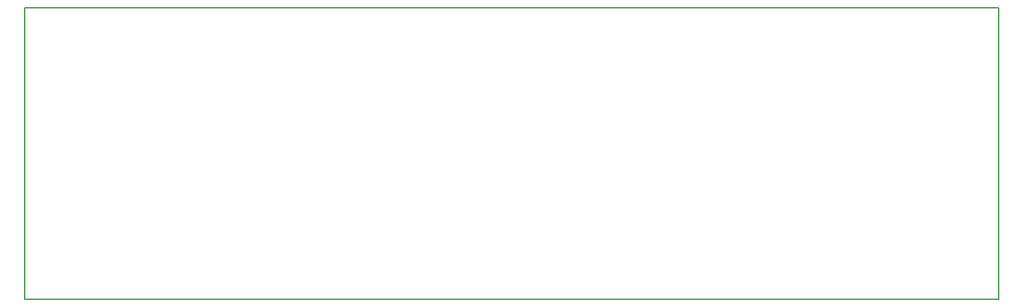
<source format=gbr>
G04 #@! TF.GenerationSoftware,KiCad,Pcbnew,(5.0.0)*
G04 #@! TF.CreationDate,2018-10-08T11:56:45-07:00*
G04 #@! TF.ProjectId,500-1126,3530302D313132362E6B696361645F70,rev?*
G04 #@! TF.SameCoordinates,Original*
G04 #@! TF.FileFunction,Profile,NP*
%FSLAX46Y46*%
G04 Gerber Fmt 4.6, Leading zero omitted, Abs format (unit mm)*
G04 Created by KiCad (PCBNEW (5.0.0)) date 10/08/18 11:56:45*
%MOMM*%
%LPD*%
G01*
G04 APERTURE LIST*
%ADD10C,0.150000*%
G04 APERTURE END LIST*
D10*
X123190000Y-101600000D02*
X123190000Y-139700000D01*
X250190000Y-101600000D02*
X123190000Y-101600000D01*
X250190000Y-102870000D02*
X250190000Y-101600000D01*
X250190000Y-139700000D02*
X250190000Y-102870000D01*
X123190000Y-139700000D02*
X250190000Y-139700000D01*
M02*

</source>
